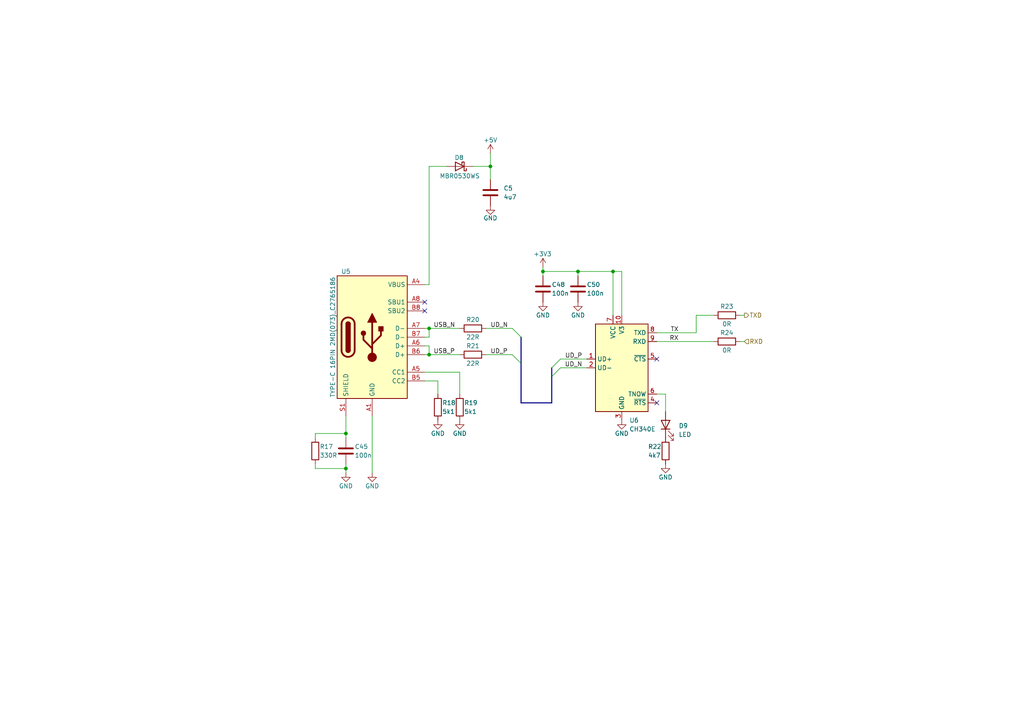
<source format=kicad_sch>
(kicad_sch (version 20231120) (generator "eeschema") (generator_version "8.0")
  (paper "A4")
  (lib_symbols
    (symbol "Device:C" (pin_numbers hide) (pin_names (offset 0.254))
      (property "Reference" "C" (at 0.635 2.54 0))
      (property "Value" "C" (at 0.635 -2.54 0))
      (symbol "C_0_1"
        (polyline (pts (xy -2.032 -0.762) (xy 2.032 -0.762)) (stroke (width 0.508)))
        (polyline (pts (xy -2.032 0.762) (xy 2.032 0.762)) (stroke (width 0.508)))
      )
      (symbol "C_1_1"
        (pin passive line (at 0 3.81 270) (length 2.794) (name "~") (number "1"))
        (pin passive line (at 0 -3.81 90) (length 2.794) (name "~") (number "2"))
      )
    )
    (symbol "Device:D_Schottky" (pin_numbers hide) (pin_names (offset 1.016) hide)
      (property "Reference" "D" (at 0 2.54 0))
      (property "Value" "D_Schottky" (at 0 -2.54 0))
      (symbol "D_Schottky_0_1"
        (polyline (pts (xy 1.27 0) (xy -1.27 0)))
        (polyline (pts (xy 1.27 1.27) (xy 1.27 -1.27) (xy -1.27 0) (xy 1.27 1.27)) (stroke (width 0.254)))
        (polyline (pts (xy -1.905 0.635) (xy -1.905 1.27) (xy -1.27 1.27) (xy -1.27 -1.27) (xy -0.635 -1.27) (xy -0.635 -0.635)) (stroke (width 0.254)))
      )
      (symbol "D_Schottky_1_1"
        (pin passive line (at -3.81 0 0) (length 2.54) (name "K") (number "1"))
        (pin passive line (at 3.81 0 180) (length 2.54) (name "A") (number "2"))
      )
    )
    (symbol "Device:LED" (pin_numbers hide) (pin_names (offset 1.016) hide)
      (property "Reference" "D" (at 0 2.54 0))
      (property "Value" "LED" (at 0 -2.54 0))
      (symbol "LED_0_1"
        (polyline (pts (xy -1.27 -1.27) (xy -1.27 1.27)) (stroke (width 0.254)))
        (polyline (pts (xy -1.27 0) (xy 1.27 0)))
        (polyline (pts (xy 1.27 -1.27) (xy 1.27 1.27) (xy -1.27 0) (xy 1.27 -1.27)) (stroke (width 0.254)))
        (polyline (pts (xy -3.048 -0.762) (xy -4.572 -2.286) (xy -3.81 -2.286) (xy -4.572 -2.286) (xy -4.572 -1.524)))
        (polyline (pts (xy -1.778 -0.762) (xy -3.302 -2.286) (xy -2.54 -2.286) (xy -3.302 -2.286) (xy -3.302 -1.524)))
      )
      (symbol "LED_1_1"
        (pin passive line (at -3.81 0 0) (length 2.54) (name "K") (number "1"))
        (pin passive line (at 3.81 0 180) (length 2.54) (name "A") (number "2"))
      )
    )
    (symbol "Device:R" (pin_numbers hide) (pin_names (offset 0))
      (property "Reference" "R" (at 2.032 0 90))
      (property "Value" "R" (at 0 0 90))
      (symbol "R_0_1"
        (rectangle (start -1.016 -2.54) (end 1.016 2.54) (stroke (width 0.254)))
      )
      (symbol "R_1_1"
        (pin passive line (at 0 3.81 270) (length 1.27) (name "~") (number "1"))
        (pin passive line (at 0 -3.81 90) (length 1.27) (name "~") (number "2"))
      )
    )
    (symbol "ESP32_C6_MINI:USB_C_modified"
      (property "Reference" "U" (at 0 3.81 0))
      (property "Value" "TYPE-C 16PIN 2MD(073)_C2765186" (at 10.16 1.27 0))
      (symbol "USB_C_modified_0_1"
        (polyline (pts (xy 1.27 -21.59) (xy 1.27 -13.97)) (stroke (width 0.508)))
        (polyline (pts (xy 5.08 -13.97) (xy 5.08 -21.59)) (stroke (width 0.508)))
        (polyline (pts (xy 10.16 -23.622) (xy 10.16 -13.462)) (stroke (width 0.508)))
        (polyline (pts (xy 10.16 -21.082) (xy 7.62 -18.542) (xy 7.62 -17.272)) (stroke (width 0.508)))
        (polyline (pts (xy 10.16 -19.812) (xy 12.7 -17.272) (xy 12.7 -16.002)) (stroke (width 0.508)))
        (polyline (pts (xy 8.89 -13.462) (xy 10.16 -10.922) (xy 11.43 -13.462) (xy 8.89 -13.462)) (stroke (width 0.254)) (fill (type outline)))
        (rectangle (start 0 0) (end 20.32 -35.56) (stroke (width 0.254)) (fill (type background)))
        (arc (start 1.27 -21.59) (mid 3.175 -23.4867) (end 5.08 -21.59) (stroke (width 0.508)))
        (arc (start 2.54 -21.59) (mid 3.175 -22.2223) (end 3.81 -21.59) (stroke (width 0.254)))
        (arc (start 2.54 -21.59) (mid 3.175 -22.2223) (end 3.81 -21.59) (stroke (width 0.254)) (fill (type outline)))
        (rectangle (start 2.54 -21.59) (end 3.81 -13.97) (stroke (width 0.254)) (fill (type outline)))
        (arc (start 3.81 -13.97) (mid 3.175 -13.3377) (end 2.54 -13.97) (stroke (width 0.254)))
        (arc (start 3.81 -13.97) (mid 3.175 -13.3377) (end 2.54 -13.97) (stroke (width 0.254)) (fill (type outline)))
        (arc (start 5.08 -13.97) (mid 3.175 -12.0733) (end 1.27 -13.97) (stroke (width 0.508)))
        (circle (center 7.62 -16.637) (radius 0.635) (stroke (width 0.254)) (fill (type outline)))
        (circle (center 10.16 -23.622) (radius 1.27) (fill (type outline)))
        (rectangle (start 12.065 -16.002) (end 13.335 -14.732) (stroke (width 0.254)) (fill (type outline)))
      )
      (symbol "USB_C_modified_1_1"
        (pin passive line (at 10.16 -40.64 90) (length 5.08) (name "GND") (number "A1"))
        (pin passive line (at 10.16 -40.64 90) (length 5.08) hide (name "GND") (number "A12"))
        (pin passive line (at 25.4 -2.54 180) (length 5.08) (name "VBUS") (number "A4"))
        (pin bidirectional line (at 25.4 -27.94 180) (length 5.08) (name "CC1") (number "A5"))
        (pin bidirectional line (at 25.4 -20.32 180) (length 5.08) (name "D+") (number "A6"))
        (pin bidirectional line (at 25.4 -15.24 180) (length 5.08) (name "D-") (number "A7"))
        (pin bidirectional line (at 25.4 -7.62 180) (length 5.08) (name "SBU1") (number "A8"))
        (pin passive line (at 25.4 -2.54 180) (length 5.08) hide (name "VBUS") (number "A9"))
        (pin passive line (at 10.16 -40.64 90) (length 5.08) hide (name "GND") (number "B1"))
        (pin passive line (at 10.16 -40.64 90) (length 5.08) hide (name "GND") (number "B12"))
        (pin passive line (at 25.4 -2.54 180) (length 5.08) hide (name "VBUS") (number "B4"))
        (pin bidirectional line (at 25.4 -30.48 180) (length 5.08) (name "CC2") (number "B5"))
        (pin bidirectional line (at 25.4 -22.86 180) (length 5.08) (name "D+") (number "B6"))
        (pin bidirectional line (at 25.4 -17.78 180) (length 5.08) (name "D-") (number "B7"))
        (pin bidirectional line (at 25.4 -10.16 180) (length 5.08) (name "SBU2") (number "B8"))
        (pin passive line (at 25.4 -2.54 180) (length 5.08) hide (name "VBUS") (number "B9"))
        (pin passive line (at 2.54 -40.64 90) (length 5.08) (name "SHIELD") (number "S1"))
      )
    )
    (symbol "Interface_USB:CH340E"
      (property "Reference" "U" (at -5.08 13.97 0))
      (property "Value" "CH340E" (at 1.27 13.97 0))
      (symbol "CH340E_0_1"
        (rectangle (start -7.62 12.7) (end 7.62 -12.7) (stroke (width 0.254)) (fill (type background)))
      )
      (symbol "CH340E_1_1"
        (pin bidirectional line (at -10.16 2.54 0) (length 2.54) (name "UD+") (number "1"))
        (pin power_out line (at 0 15.24 270) (length 2.54) (name "V3") (number "10"))
        (pin bidirectional line (at -10.16 0 0) (length 2.54) (name "UD-") (number "2"))
        (pin power_in line (at 0 -15.24 90) (length 2.54) (name "GND") (number "3"))
        (pin output line (at 10.16 -10.16 180) (length 2.54) (name "~{RTS}") (number "4"))
        (pin input line (at 10.16 2.54 180) (length 2.54) (name "~{CTS}") (number "5"))
        (pin output line (at 10.16 -7.62 180) (length 2.54) (name "TNOW") (number "6"))
        (pin power_in line (at -2.54 15.24 270) (length 2.54) (name "VCC") (number "7"))
        (pin output line (at 10.16 10.16 180) (length 2.54) (name "TXD") (number "8"))
        (pin input line (at 10.16 7.62 180) (length 2.54) (name "RXD") (number "9"))
      )
    )
    (symbol "power:+3V3" (power) (pin_names (offset 0))
      (property "Value" "+3V3" (at 0 3.556 0))
      (symbol "+3V3_0_1"
        (polyline (pts (xy -0.762 1.27) (xy 0 2.54)))
        (polyline (pts (xy 0 0) (xy 0 2.54)))
        (polyline (pts (xy 0 2.54) (xy 0.762 1.27)))
      )
      (symbol "+3V3_1_1"
        (pin power_in line (at 0 0 90) (length 0) hide (name "+3V3") (number "1"))
      )
    )
    (symbol "power:+5V" (power) (pin_names (offset 0))
      (property "Value" "+5V" (at 0 3.556 0))
      (symbol "+5V_0_1"
        (polyline (pts (xy -0.762 1.27) (xy 0 2.54)))
        (polyline (pts (xy 0 0) (xy 0 2.54)))
        (polyline (pts (xy 0 2.54) (xy 0.762 1.27)))
      )
      (symbol "+5V_1_1"
        (pin power_in line (at 0 0 90) (length 0) hide (name "+5V") (number "1"))
      )
    )
    (symbol "power:GND" (power) (pin_names (offset 0))
      (property "Value" "GND" (at 0 -3.81 0))
      (symbol "GND_0_1"
        (polyline (pts (xy 0 0) (xy 0 -1.27) (xy 1.27 -1.27) (xy 0 -2.54) (xy -1.27 -1.27) (xy 0 -1.27)))
      )
      (symbol "GND_1_1"
        (pin power_in line (at 0 0 270) (length 0) hide (name "GND") (number "1"))
      )
    )
  )
  (junction (at 142.24 48.26))
  (junction (at 177.8 78.74))
  (junction (at 167.64 78.74))
  (junction (at 124.46 102.87))
  (junction (at 124.46 95.25))
  (junction (at 157.48 78.74))
  (junction (at 100.33 125.73))
  (junction (at 100.33 135.89))
  (no_connect (at 190.5 104.14))
  (no_connect (at 190.5 116.84))
  (no_connect (at 123.19 87.63))
  (no_connect (at 123.19 90.17))
  (bus_entry (at 148.59 102.87) (size 2.54 2.54))
  (bus_entry (at 162.56 104.14) (size -2.54 2.54))
  (bus_entry (at 162.56 106.68) (size -2.54 2.54))
  (bus_entry (at 148.59 95.25) (size 2.54 2.54))
  (wire (pts (xy 91.44 125.73) (xy 100.33 125.73)))
  (wire (pts (xy 124.46 48.26) (xy 129.54 48.26)))
  (wire (pts (xy 140.97 102.87) (xy 148.59 102.87)))
  (wire (pts (xy 157.48 77.47) (xy 157.48 78.74)))
  (bus (pts (xy 151.13 116.84) (xy 151.13 105.41)))
  (wire (pts (xy 201.93 91.44) (xy 201.93 96.52)))
  (wire (pts (xy 100.33 125.73) (xy 100.33 127)))
  (wire (pts (xy 100.33 135.89) (xy 100.33 134.62)))
  (wire (pts (xy 124.46 48.26) (xy 124.46 82.55)))
  (wire (pts (xy 124.46 102.87) (xy 133.35 102.87)))
  (wire (pts (xy 123.19 95.25) (xy 124.46 95.25)))
  (wire (pts (xy 157.48 78.74) (xy 157.48 80.01)))
  (wire (pts (xy 91.44 134.62) (xy 91.44 135.89)))
  (wire (pts (xy 127 110.49) (xy 127 114.3)))
  (wire (pts (xy 215.9 99.06) (xy 214.63 99.06)))
  (wire (pts (xy 201.93 96.52) (xy 190.5 96.52)))
  (wire (pts (xy 207.01 99.06) (xy 190.5 99.06)))
  (wire (pts (xy 177.8 78.74) (xy 177.8 91.44)))
  (wire (pts (xy 107.95 137.16) (xy 107.95 120.65)))
  (wire (pts (xy 123.19 97.79) (xy 124.46 97.79)))
  (wire (pts (xy 167.64 78.74) (xy 167.64 80.01)))
  (wire (pts (xy 100.33 120.65) (xy 100.33 125.73)))
  (wire (pts (xy 142.24 44.45) (xy 142.24 48.26)))
  (bus (pts (xy 160.02 109.22) (xy 160.02 116.84)))
  (wire (pts (xy 123.19 82.55) (xy 124.46 82.55)))
  (wire (pts (xy 157.48 78.74) (xy 167.64 78.74)))
  (wire (pts (xy 124.46 95.25) (xy 124.46 97.79)))
  (wire (pts (xy 133.35 107.95) (xy 133.35 114.3)))
  (wire (pts (xy 167.64 78.74) (xy 177.8 78.74)))
  (wire (pts (xy 193.04 114.3) (xy 193.04 119.38)))
  (wire (pts (xy 140.97 95.25) (xy 148.59 95.25)))
  (wire (pts (xy 123.19 107.95) (xy 133.35 107.95)))
  (wire (pts (xy 124.46 100.33) (xy 124.46 102.87)))
  (wire (pts (xy 137.16 48.26) (xy 142.24 48.26)))
  (wire (pts (xy 100.33 137.16) (xy 100.33 135.89)))
  (wire (pts (xy 91.44 127) (xy 91.44 125.73)))
  (bus (pts (xy 151.13 116.84) (xy 160.02 116.84)))
  (bus (pts (xy 160.02 106.68) (xy 160.02 109.22)))
  (wire (pts (xy 123.19 110.49) (xy 127 110.49)))
  (wire (pts (xy 124.46 95.25) (xy 133.35 95.25)))
  (wire (pts (xy 180.34 78.74) (xy 180.34 91.44)))
  (wire (pts (xy 177.8 78.74) (xy 180.34 78.74)))
  (wire (pts (xy 207.01 91.44) (xy 201.93 91.44)))
  (wire (pts (xy 91.44 135.89) (xy 100.33 135.89)))
  (wire (pts (xy 170.18 104.14) (xy 162.56 104.14)))
  (wire (pts (xy 170.18 106.68) (xy 162.56 106.68)))
  (wire (pts (xy 123.19 100.33) (xy 124.46 100.33)))
  (wire (pts (xy 142.24 48.26) (xy 142.24 52.07)))
  (wire (pts (xy 215.9 91.44) (xy 214.63 91.44)))
  (wire (pts (xy 190.5 114.3) (xy 193.04 114.3)))
  (bus (pts (xy 151.13 97.79) (xy 151.13 105.41)))
  (wire (pts (xy 123.19 102.87) (xy 124.46 102.87)))
  (label "UD_P" (at 168.91 104.14 180))
  (label "RX" (at 196.85 99.06 180))
  (label "UD_P" (at 142.24 102.87 0))
  (label "USB_N" (at 125.73 95.25 0))
  (label "UD_N" (at 168.91 106.68 180))
  (label "UD_N" (at 142.24 95.25 0))
  (label "USB_P" (at 125.73 102.87 0))
  (label "TX" (at 196.85 96.52 180))
  (hierarchical_label "TXD" (shape output) (at 215.9 91.44 0))
  (hierarchical_label "RXD" (shape input) (at 215.9 99.06 0))
  (symbol (lib_id "Device:R") (at 210.82 99.06 270) (mirror x) (unit 1)
    (property "Reference" "R24" (at 210.82 96.52 90))
    (property "Value" "0R" (at 210.82 101.6 90))
    (property "Footprint" "Resistor_SMD:R_0402_1005Metric" (effects (hide yes)))
  )
  (symbol (lib_id "Device:R") (at 137.16 95.25 90) (unit 1)
    (property "Reference" "R20" (at 137.16 92.71 90))
    (property "Value" "22R" (at 137.16 97.79 90))
    (property "Footprint" "Resistor_SMD:R_0402_1005Metric" (effects (hide yes)))
  )
  (symbol (lib_id "Device:LED") (at 193.04 123.19 90) (unit 1)
    (property "Reference" "D9" (at 196.85 123.5074 90) (effects (justify right)))
    (property "Value" "LED" (at 196.85 126.0474 90) (effects (justify right)))
    (property "Footprint" "Diode_SMD:D_0402_1005Metric" (effects (hide yes)))
  )
  (symbol (lib_id "power:GND") (at 180.34 121.92 0) (unit 1)
    (property "Reference" "#PWR074" (effects (hide yes)))
    (property "Value" "GND" (at 180.34 125.73 0))
  )
  (symbol (lib_id "Device:R") (at 210.82 91.44 270) (mirror x) (unit 1)
    (property "Reference" "R23" (at 210.82 88.9 90))
    (property "Value" "0R" (at 210.82 93.98 90))
    (property "Footprint" "Resistor_SMD:R_0402_1005Metric" (effects (hide yes)))
  )
  (symbol (lib_id "Device:R") (at 91.44 130.81 0) (unit 1)
    (property "Reference" "R17" (at 92.71 129.54 0) (effects (justify left)))
    (property "Value" "330R" (at 92.71 132.08 0) (effects (justify left)))
    (property "Footprint" "Resistor_SMD:R_0402_1005Metric" (effects (hide yes)))
  )
  (symbol (lib_id "power:GND") (at 127 121.92 0) (unit 1)
    (property "Reference" "#PWR065" (effects (hide yes)))
    (property "Value" "GND" (at 127 125.73 0))
  )
  (symbol (lib_id "power:GND") (at 100.33 137.16 0) (unit 1)
    (property "Reference" "#PWR063" (effects (hide yes)))
    (property "Value" "GND" (at 100.33 140.97 0))
  )
  (symbol (lib_id "Device:R") (at 127 118.11 0) (unit 1)
    (property "Reference" "R18" (at 128.27 116.84 0) (effects (justify left)))
    (property "Value" "5k1" (at 128.27 119.38 0) (effects (justify left)))
    (property "Footprint" "Resistor_SMD:R_0402_1005Metric" (effects (hide yes)))
  )
  (symbol (lib_id "power:+3V3") (at 157.48 77.47 0) (mirror y) (unit 1)
    (property "Reference" "#PWR069" (effects (hide yes)))
    (property "Value" "+3V3" (at 160.02 73.66 0) (effects (justify left)))
  )
  (symbol (lib_id "power:GND") (at 133.35 121.92 0) (unit 1)
    (property "Reference" "#PWR066" (effects (hide yes)))
    (property "Value" "GND" (at 133.35 125.73 0))
  )
  (symbol (lib_id "Device:C") (at 142.24 55.88 0) (unit 1)
    (property "Reference" "C5" (at 146.05 54.6099 0) (effects (justify left)))
    (property "Value" "4u7" (at 146.05 57.1499 0) (effects (justify left)))
    (property "Footprint" "Capacitor_SMD:C_0402_1005Metric" (effects (hide yes)))
    (property "Description" "Unpolarized capacitor" (effects (hide yes)))
  )
  (symbol (lib_id "power:GND") (at 107.95 137.16 0) (unit 1)
    (property "Reference" "#PWR064" (effects (hide yes)))
    (property "Value" "GND" (at 107.95 140.97 0))
  )
  (symbol (lib_id "Device:R") (at 193.04 130.81 0) (unit 1)
    (property "Reference" "R22" (at 187.96 129.54 0) (effects (justify left)))
    (property "Value" "4k7" (at 187.96 132.08 0) (effects (justify left)))
    (property "Footprint" "Resistor_SMD:R_0402_1005Metric" (effects (hide yes)))
  )
  (symbol (lib_id "Interface_USB:CH340E") (at 180.34 106.68 0) (unit 1)
    (property "Reference" "U6" (at 182.5341 121.92 0) (effects (justify left)))
    (property "Value" "CH340E" (at 182.5341 124.46 0) (effects (justify left)))
    (property "Footprint" "Package_SO:MSOP-10_3x3mm_P0.5mm" (effects (hide yes)))
    (property "Datasheet" "https://www.mpja.com/download/35227cpdata.pdf" (effects (hide yes)))
  )
  (symbol (lib_id "power:GND") (at 167.64 87.63 0) (unit 1)
    (property "Reference" "#PWR072" (effects (hide yes)))
    (property "Value" "GND" (at 167.64 91.44 0))
  )
  (symbol (lib_id "Device:C") (at 167.64 83.82 0) (unit 1)
    (property "Reference" "C50" (at 170.18 82.55 0) (effects (justify left)))
    (property "Value" "100n" (at 170.18 85.09 0) (effects (justify left)))
    (property "Footprint" "Capacitor_SMD:C_0402_1005Metric" (effects (hide yes)))
  )
  (symbol (lib_id "ESP32_C6_MINI:USB_C_modified") (at 97.79 80.01 0) (unit 1)
    (property "Reference" "U5" (at 100.33 78.74 0))
    (property "Value" "TYPE-C 16PIN 2MD(073)_C2765186" (at 96.52 97.79 90))
    (property "Footprint" "Connector_USB:USB_C_Receptacle_Palconn_UTC16-G" (effects (hide yes)))
  )
  (symbol (lib_id "Device:R") (at 137.16 102.87 90) (unit 1)
    (property "Reference" "R21" (at 137.16 100.33 90))
    (property "Value" "22R" (at 137.16 105.41 90))
    (property "Footprint" "Resistor_SMD:R_0402_1005Metric" (effects (hide yes)))
  )
  (symbol (lib_id "Device:C") (at 100.33 130.81 0) (unit 1)
    (property "Reference" "C45" (at 102.87 129.54 0) (effects (justify left)))
    (property "Value" "100n" (at 102.87 132.08 0) (effects (justify left)))
    (property "Footprint" "Capacitor_SMD:C_0402_1005Metric" (effects (hide yes)))
  )
  (symbol (lib_id "power:+5V") (at 142.24 44.45 0) (mirror y) (unit 1)
    (property "Reference" "#PWR076" (effects (hide yes)))
    (property "Value" "+5V" (at 142.24 40.64 0))
  )
  (symbol (lib_id "power:GND") (at 193.04 134.62 0) (unit 1)
    (property "Reference" "#PWR078" (effects (hide yes)))
    (property "Value" "GND" (at 193.04 138.43 0))
  )
  (symbol (lib_id "power:GND") (at 142.24 59.69 0) (unit 1)
    (property "Reference" "#PWR010" (effects (hide yes)))
    (property "Value" "GND" (at 142.24 63.246 0))
    (property "Description" "Power symbol creates a global label with name \"GND\" , ground" (effects (hide yes)))
  )
  (symbol (lib_id "Device:C") (at 157.48 83.82 0) (unit 1)
    (property "Reference" "C48" (at 160.02 82.55 0) (effects (justify left)))
    (property "Value" "100n" (at 160.02 85.09 0) (effects (justify left)))
    (property "Footprint" "Capacitor_SMD:C_0402_1005Metric" (effects (hide yes)))
  )
  (symbol (lib_id "Device:R") (at 133.35 118.11 0) (unit 1)
    (property "Reference" "R19" (at 134.62 116.84 0) (effects (justify left)))
    (property "Value" "5k1" (at 134.62 119.38 0) (effects (justify left)))
    (property "Footprint" "Resistor_SMD:R_0402_1005Metric" (effects (hide yes)))
  )
  (symbol (lib_id "power:GND") (at 157.48 87.63 0) (unit 1)
    (property "Reference" "#PWR070" (effects (hide yes)))
    (property "Value" "GND" (at 157.48 91.44 0))
  )
  (symbol (lib_id "Device:D_Schottky") (at 133.35 48.26 180) (unit 1)
    (property "Reference" "D8" (at 131.826 45.72 0) (effects (justify right)))
    (property "Value" "MBR0530WS" (at 127.508 51.054 0) (effects (justify right)))
    (property "Footprint" "Diode_SMD:D_SOD-323" (effects (hide yes)))
    (property "Description" "Schottky diode" (effects (hide yes)))
  )
)
</source>
